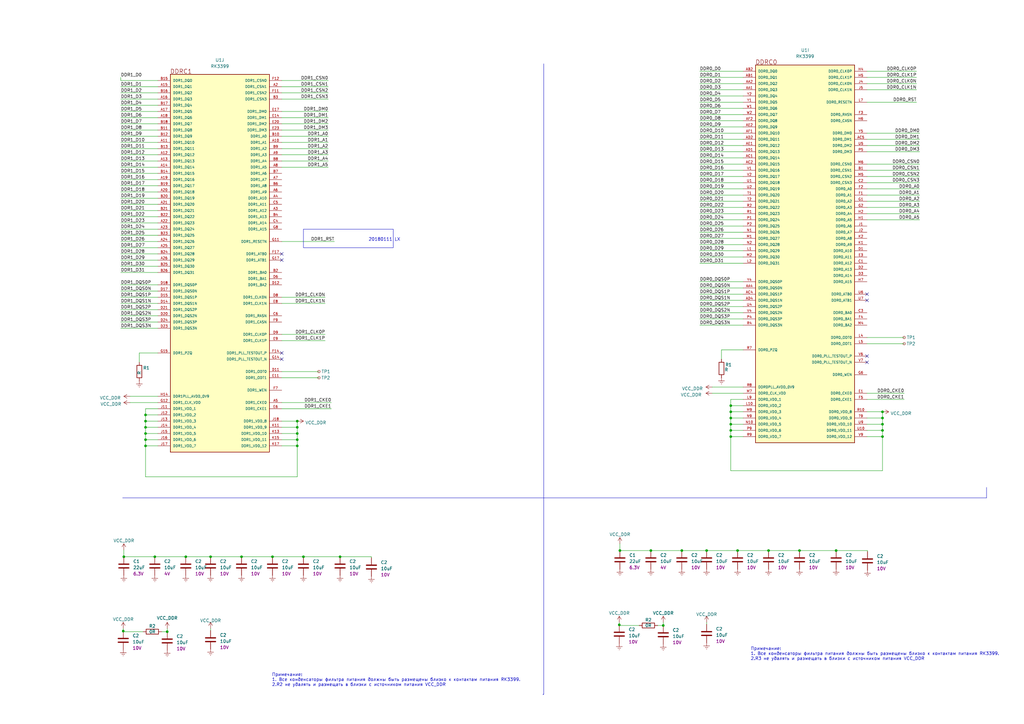
<source format=kicad_sch>
(kicad_sch (version 20220904) (generator eeschema)
  (paper "A3")
  (title_block (title "RK 3399") (comment 2 "А.Пикалов"))
  (junction (at 124.46 228.346))
  (junction (at 50.546 258.826))
  (junction (at 361.95 176.53))
  (junction (at 59.69 180.34))
  (junction (at 111.76 228.346))
  (junction (at 299.72 176.53))
  (junction (at 361.95 179.07))
  (junction (at 121.92 177.8))
  (junction (at 315.214 225.806))
  (junction (at 63.5 228.346))
  (junction (at 299.72 168.91))
  (junction (at 121.92 172.72))
  (junction (at 342.9302 225.806))
  (junction (at 361.95 173.99))
  (junction (at 289.814 225.806))
  (junction (at 254.254 225.806))
  (junction (at 361.95 168.91))
  (junction (at 254 256.286))
  (junction (at 76.2 228.346))
  (junction (at 299.72 179.07))
  (junction (at 327.914 225.806))
  (junction (at 139.4762 228.346))
  (junction (at 299.72 166.37))
  (junction (at 59.69 175.26))
  (junction (at 50.8 228.346))
  (junction (at 299.72 171.45))
  (junction (at 59.69 172.72))
  (junction (at 59.69 177.8))
  (junction (at 68.58 259.08))
  (junction (at 302.514 225.806))
  (junction (at 279.654 225.806))
  (junction (at 59.69 182.88))
  (junction (at 266.954 225.806))
  (junction (at 272.034 256.54))
  (junction (at 121.92 175.26))
  (junction (at 121.92 180.34))
  (junction (at 59.69 170.18))
  (junction (at 86.36 228.346))
  (junction (at 99.06 228.346))
  (junction (at 361.95 171.45))
  (junction (at 299.72 173.99))
  (junction (at 121.92 182.88))
  (no_connect (at 115.57 106.68))
  (no_connect (at 115.57 144.78))
  (no_connect (at 115.57 147.32))
  (no_connect (at 115.57 104.14))
  (no_connect (at 355.6 120.65))
  (no_connect (at 355.6 123.19))
  (no_connect (at 355.6 148.59))
  (no_connect (at 355.6 146.05))
  (wire (pts (xy 287.02 69.85) (xy 304.8 69.85)))
  (wire (pts (xy 287.02 92.71) (xy 304.8 92.71)))
  (wire (pts (xy 287.02 107.95) (xy 304.8 107.95)))
  (wire (pts (xy 139.4762 228.346) (xy 152.3437 228.346)))
  (wire (pts (xy 304.8 176.53) (xy 299.72 176.53)))
  (wire (pts (xy 49.53 53.34) (xy 64.77 53.34)))
  (wire (pts (xy 133.35 139.7) (xy 115.57 139.7)))
  (wire (pts (xy 377.19 67.31) (xy 355.6 67.31)))
  (wire (pts (xy 304.8 163.83) (xy 299.72 163.83)))
  (wire (pts (xy 287.02 59.69) (xy 304.8 59.69)))
  (wire (pts (xy 49.53 45.72) (xy 64.77 45.72)))
  (wire (pts (xy 59.69 170.18) (xy 64.77 170.18)))
  (wire (pts (xy 115.57 53.34) (xy 134.62 53.34)))
  (wire (pts (xy 59.69 172.72) (xy 64.77 172.72)))
  (wire (pts (xy 299.72 179.07) (xy 299.72 193.04)))
  (wire (pts (xy 287.02 29.21) (xy 304.8 29.21)))
  (wire (pts (xy 134.62 33.02) (xy 115.57 33.02)))
  (wire (pts (xy 49.53 66.04) (xy 64.77 66.04)))
  (wire (pts (xy 287.02 85.09) (xy 304.8 85.09)))
  (wire (pts (xy 64.77 180.34) (xy 59.69 180.34)))
  (wire (pts (xy 59.69 177.8) (xy 59.69 175.26)))
  (wire (pts (xy 355.6 168.91) (xy 361.95 168.91)))
  (wire (pts (xy 76.2 228.346) (xy 86.36 228.346)))
  (wire (pts (xy 287.02 54.61) (xy 304.8 54.61)))
  (wire (pts (xy 375.92 29.21) (xy 355.6 29.21)))
  (wire (pts (xy 375.92 36.83) (xy 355.6 36.83)))
  (wire (pts (xy 361.95 173.99) (xy 361.95 176.53)))
  (wire (pts (xy 287.02 80.01) (xy 304.8 80.01)))
  (wire (pts (xy 134.62 58.42) (xy 115.57 58.42)))
  (wire (pts (xy 304.8 179.07) (xy 299.72 179.07)))
  (polyline (pts (xy 404.622 204.216) (xy 404.622 199.898)))
  (wire (pts (xy 49.53 48.26) (xy 64.77 48.26)))
  (wire (pts (xy 287.02 77.47) (xy 304.8 77.47)))
  (wire (pts (xy 287.02 36.83) (xy 304.8 36.83)))
  (wire (pts (xy 64.77 175.26) (xy 59.69 175.26)))
  (wire (pts (xy 279.654 225.806) (xy 289.814 225.806)))
  (wire (pts (xy 64.77 177.8) (xy 59.69 177.8)))
  (wire (pts (xy 111.76 228.346) (xy 124.46 228.346)))
  (wire (pts (xy 355.6 171.45) (xy 361.95 171.45)))
  (wire (pts (xy 134.62 63.5) (xy 115.57 63.5)))
  (wire (pts (xy 49.53 93.98) (xy 64.77 93.98)))
  (wire (pts (xy 287.02 31.75) (xy 304.8 31.75)))
  (wire (pts (xy 58.674 259.08) (xy 50.546 259.08)))
  (wire (pts (xy 49.53 50.8) (xy 64.77 50.8)))
  (wire (pts (xy 287.02 120.65) (xy 304.8 120.65)))
  (wire (pts (xy 287.02 34.29) (xy 304.8 34.29)))
  (wire (pts (xy 377.19 69.85) (xy 355.6 69.85)))
  (wire (pts (xy 49.53 91.44) (xy 64.77 91.44)))
  (wire (pts (xy 49.53 58.42) (xy 64.77 58.42)))
  (wire (pts (xy 49.53 81.28) (xy 64.77 81.28)))
  (wire (pts (xy 302.514 225.806) (xy 315.214 225.806)))
  (wire (pts (xy 287.02 100.33) (xy 304.8 100.33)))
  (wire (pts (xy 287.02 115.57) (xy 304.8 115.57)))
  (wire (pts (xy 59.69 167.64) (xy 59.69 170.18)))
  (wire (pts (xy 57.15 144.78) (xy 64.77 144.78)))
  (wire (pts (xy 49.53 83.82) (xy 64.77 83.82)))
  (wire (pts (xy 361.95 171.45) (xy 361.95 168.91)))
  (wire (pts (xy 304.8 171.45) (xy 299.72 171.45)))
  (wire (pts (xy 287.02 87.63) (xy 304.8 87.63)))
  (wire (pts (xy 287.02 67.31) (xy 304.8 67.31)))
  (wire (pts (xy 299.72 163.83) (xy 299.72 166.37)))
  (wire (pts (xy 115.57 177.8) (xy 121.92 177.8)))
  (wire (pts (xy 121.92 172.72) (xy 121.92 175.26)))
  (wire (pts (xy 287.02 133.35) (xy 304.8 133.35)))
  (wire (pts (xy 49.53 124.46) (xy 64.77 124.46)))
  (wire (pts (xy 121.92 177.8) (xy 121.92 180.34)))
  (wire (pts (xy 287.02 46.99) (xy 304.8 46.99)))
  (wire (pts (xy 355.6 176.53) (xy 361.95 176.53)))
  (wire (pts (xy 287.02 128.27) (xy 304.8 128.27)))
  (wire (pts (xy 134.62 66.04) (xy 115.57 66.04)))
  (wire (pts (xy 134.62 60.96) (xy 115.57 60.96)))
  (wire (pts (xy 299.72 193.04) (xy 361.95 193.04)))
  (wire (pts (xy 49.53 88.9) (xy 64.77 88.9)))
  (wire (pts (xy 375.92 34.29) (xy 355.6 34.29)))
  (wire (pts (xy 121.92 180.34) (xy 121.92 182.88)))
  (wire (pts (xy 115.57 45.72) (xy 134.62 45.72)))
  (wire (pts (xy 64.77 182.88) (xy 59.69 182.88)))
  (wire (pts (xy 49.53 68.58) (xy 64.77 68.58)))
  (wire (pts (xy 355.6 173.99) (xy 361.95 173.99)))
  (wire (pts (xy 50.8 225.552) (xy 50.8 228.346)))
  (wire (pts (xy 49.53 109.22) (xy 64.77 109.22)))
  (wire (pts (xy 287.02 41.91) (xy 304.8 41.91)))
  (wire (pts (xy 289.814 225.806) (xy 302.514 225.806)))
  (wire (pts (xy 377.19 62.23) (xy 355.6 62.23)))
  (wire (pts (xy 133.35 137.16) (xy 115.57 137.16)))
  (wire (pts (xy 49.53 101.6) (xy 64.77 101.6)))
  (wire (pts (xy 287.02 82.55) (xy 304.8 82.55)))
  (wire (pts (xy 49.53 132.08) (xy 64.77 132.08)))
  (wire (pts (xy 130.81 152.4) (xy 115.57 152.4)))
  (wire (pts (xy 99.06 228.346) (xy 111.76 228.346)))
  (wire (pts (xy 49.53 116.84) (xy 64.77 116.84)))
  (wire (pts (xy 377.19 74.93) (xy 355.6 74.93)))
  (wire (pts (xy 49.53 78.74) (xy 64.77 78.74)))
  (wire (pts (xy 49.53 99.06) (xy 64.77 99.06)))
  (wire (pts (xy 370.84 161.29) (xy 355.6 161.29)))
  (wire (pts (xy 50.546 259.08) (xy 50.546 258.826)))
  (wire (pts (xy 292.1 161.29) (xy 304.8 161.29)))
  (wire (pts (xy 49.53 127) (xy 64.77 127)))
  (wire (pts (xy 53.34 165.1) (xy 64.77 165.1)))
  (wire (pts (xy 327.914 225.806) (xy 342.9302 225.806)))
  (polyline (pts (xy 222.758 284.734) (xy 222.758 284.988)))
  (wire (pts (xy 137.16 99.06) (xy 115.57 99.06)))
  (wire (pts (xy 49.53 134.62) (xy 64.77 134.62)))
  (wire (pts (xy 134.62 35.56) (xy 115.57 35.56)))
  (wire (pts (xy 121.92 195.58) (xy 121.92 182.88)))
  (wire (pts (xy 295.91 143.51) (xy 304.8 143.51)))
  (wire (pts (xy 287.02 44.45) (xy 304.8 44.45)))
  (wire (pts (xy 361.95 176.53) (xy 361.95 179.07)))
  (wire (pts (xy 68.58 257.81) (xy 68.58 259.08)))
  (wire (pts (xy 59.69 182.88) (xy 59.69 195.58)))
  (wire (pts (xy 287.02 52.07) (xy 304.8 52.07)))
  (wire (pts (xy 287.02 49.53) (xy 304.8 49.53)))
  (wire (pts (xy 370.84 138.43) (xy 355.6 138.43)))
  (wire (pts (xy 121.92 180.34) (xy 115.57 180.34)))
  (wire (pts (xy 377.19 57.15) (xy 355.6 57.15)))
  (wire (pts (xy 49.53 119.38) (xy 64.77 119.38)))
  (wire (pts (xy 49.53 43.18) (xy 64.77 43.18)))
  (wire (pts (xy 49.53 40.64) (xy 64.77 40.64)))
  (wire (pts (xy 49.53 121.92) (xy 64.77 121.92)))
  (wire (pts (xy 49.53 31.75) (xy 49.53 33.02)))
  (wire (pts (xy 57.15 148.59) (xy 57.15 144.78)))
  (wire (pts (xy 287.02 95.25) (xy 304.8 95.25)))
  (wire (pts (xy 152.3437 228.346) (xy 152.3437 228.7669)))
  (wire (pts (xy 287.02 105.41) (xy 304.8 105.41)))
  (wire (pts (xy 121.92 175.26) (xy 115.57 175.26)))
  (wire (pts (xy 53.34 162.56) (xy 64.77 162.56)))
  (wire (pts (xy 49.53 96.52) (xy 64.77 96.52)))
  (wire (pts (xy 49.53 104.14) (xy 64.77 104.14)))
  (wire (pts (xy 49.53 38.1) (xy 64.77 38.1)))
  (wire (pts (xy 59.69 180.34) (xy 59.69 177.8)))
  (wire (pts (xy 375.92 31.75) (xy 355.6 31.75)))
  (wire (pts (xy 49.53 111.76) (xy 64.77 111.76)))
  (wire (pts (xy 287.02 118.11) (xy 304.8 118.11)))
  (wire (pts (xy 304.8 173.99) (xy 299.72 173.99)))
  (wire (pts (xy 287.02 125.73) (xy 304.8 125.73)))
  (wire (pts (xy 130.81 154.94) (xy 115.57 154.94)))
  (wire (pts (xy 315.214 225.806) (xy 327.914 225.806)))
  (wire (pts (xy 124.46 228.346) (xy 139.4762 228.346)))
  (wire (pts (xy 64.77 167.64) (xy 59.69 167.64)))
  (polyline (pts (xy 50.292 204.216) (xy 404.622 204.216)))
  (wire (pts (xy 377.19 77.47) (xy 355.6 77.47)))
  (wire (pts (xy 299.72 176.53) (xy 299.72 173.99)))
  (wire (pts (xy 49.53 55.88) (xy 64.77 55.88)))
  (wire (pts (xy 50.8 228.346) (xy 63.5 228.346)))
  (wire (pts (xy 49.53 73.66) (xy 64.77 73.66)))
  (wire (pts (xy 49.53 63.5) (xy 64.77 63.5)))
  (wire (pts (xy 287.02 130.81) (xy 304.8 130.81)))
  (wire (pts (xy 49.53 33.02) (xy 64.77 33.02)))
  (wire (pts (xy 287.02 123.19) (xy 304.8 123.19)))
  (wire (pts (xy 299.72 168.91) (xy 304.8 168.91)))
  (wire (pts (xy 134.62 40.64) (xy 115.57 40.64)))
  (wire (pts (xy 355.6 179.07) (xy 361.95 179.07)))
  (wire (pts (xy 121.92 177.8) (xy 121.92 175.26)))
  (wire (pts (xy 370.84 140.97) (xy 355.6 140.97)))
  (wire (pts (xy 377.19 85.09) (xy 355.6 85.09)))
  (wire (pts (xy 287.02 57.15) (xy 304.8 57.15)))
  (wire (pts (xy 375.92 41.91) (xy 355.6 41.91)))
  (wire (pts (xy 254.254 225.806) (xy 266.954 225.806)))
  (wire (pts (xy 377.19 90.17) (xy 355.6 90.17)))
  (wire (pts (xy 377.19 82.55) (xy 355.6 82.55)))
  (wire (pts (xy 295.91 147.32) (xy 295.91 143.51)))
  (wire (pts (xy 299.72 173.99) (xy 299.72 171.45)))
  (wire (pts (xy 377.19 80.01) (xy 355.6 80.01)))
  (wire (pts (xy 254.254 223.012) (xy 254.254 225.806)))
  (wire (pts (xy 115.57 50.8) (xy 134.62 50.8)))
  (wire (pts (xy 355.7977 225.806) (xy 355.7977 226.2269)))
  (wire (pts (xy 272.034 255.27) (xy 272.034 256.54)))
  (wire (pts (xy 59.69 170.18) (xy 59.69 172.72)))
  (wire (pts (xy 287.02 102.87) (xy 304.8 102.87)))
  (wire (pts (xy 49.53 76.2) (xy 64.77 76.2)))
  (wire (pts (xy 59.69 175.26) (xy 59.69 172.72)))
  (wire (pts (xy 49.53 129.54) (xy 64.77 129.54)))
  (wire (pts (xy 66.294 259.08) (xy 68.58 259.08)))
  (wire (pts (xy 254 255.27) (xy 254 256.286)))
  (wire (pts (xy 49.53 35.56) (xy 64.77 35.56)))
  (wire (pts (xy 370.84 163.83) (xy 355.6 163.83)))
  (wire (pts (xy 287.02 72.39) (xy 304.8 72.39)))
  (wire (pts (xy 86.36 257.81) (xy 86.36 258.572)))
  (wire (pts (xy 59.69 180.34) (xy 59.69 182.88)))
  (wire (pts (xy 115.57 172.72) (xy 121.92 172.72)))
  (wire (pts (xy 269.748 256.54) (xy 272.034 256.54)))
  (wire (pts (xy 299.72 166.37) (xy 299.72 168.91)))
  (wire (pts (xy 287.02 97.79) (xy 304.8 97.79)))
  (wire (pts (xy 287.02 64.77) (xy 304.8 64.77)))
  (wire (pts (xy 63.5 228.346) (xy 76.2 228.346)))
  (wire (pts (xy 134.62 55.88) (xy 115.57 55.88)))
  (wire (pts (xy 49.53 106.68) (xy 64.77 106.68)))
  (polyline (pts (xy 223.012 26.162) (xy 223.012 284.734)))
  (wire (pts (xy 50.546 257.81) (xy 50.546 258.826)))
  (wire (pts (xy 135.89 167.64) (xy 115.57 167.64)))
  (wire (pts (xy 134.62 38.1) (xy 115.57 38.1)))
  (wire (pts (xy 287.02 90.17) (xy 304.8 90.17)))
  (wire (pts (xy 49.53 86.36) (xy 64.77 86.36)))
  (wire (pts (xy 342.9302 225.806) (xy 355.7977 225.806)))
  (wire (pts (xy 49.53 60.96) (xy 64.77 60.96)))
  (wire (pts (xy 266.954 225.806) (xy 279.654 225.806)))
  (wire (pts (xy 134.62 68.58) (xy 115.57 68.58)))
  (wire (pts (xy 135.89 165.1) (xy 115.57 165.1)))
  (wire (pts (xy 133.35 124.46) (xy 115.57 124.46)))
  (wire (pts (xy 377.19 87.63) (xy 355.6 87.63)))
  (wire (pts (xy 299.72 166.37) (xy 304.8 166.37)))
  (wire (pts (xy 287.02 39.37) (xy 304.8 39.37)))
  (wire (pts (xy 299.72 176.53) (xy 299.72 179.07)))
  (wire (pts (xy 121.92 182.88) (xy 115.57 182.88)))
  (wire (pts (xy 361.95 179.07) (xy 361.95 193.04)))
  (wire (pts (xy 287.02 74.93) (xy 304.8 74.93)))
  (wire (pts (xy 377.19 72.39) (xy 355.6 72.39)))
  (wire (pts (xy 59.69 195.58) (xy 121.92 195.58)))
  (wire (pts (xy 299.72 171.45) (xy 299.72 168.91)))
  (wire (pts (xy 262.128 256.54) (xy 254 256.54)))
  (wire (pts (xy 377.19 54.61) (xy 355.6 54.61)))
  (wire (pts (xy 254 256.54) (xy 254 256.286)))
  (wire (pts (xy 115.57 48.26) (xy 134.62 48.26)))
  (wire (pts (xy 361.95 171.45) (xy 361.95 173.99)))
  (wire (pts (xy 287.02 62.23) (xy 304.8 62.23)))
  (wire (pts (xy 49.53 71.12) (xy 64.77 71.12)))
  (polyline (pts (xy 222.758 284.734) (xy 223.012 284.734)))
  (wire (pts (xy 86.36 228.346) (xy 99.06 228.346)))
  (wire (pts (xy 289.814 255.27) (xy 289.814 256.032)))
  (wire (pts (xy 377.19 59.69) (xy 355.6 59.69)))
  (wire (pts (xy 292.1 158.75) (xy 304.8 158.75)))
  (wire (pts (xy 133.35 121.92) (xy 115.57 121.92)))
  (rectangle (start 124.46 93.98) (end 161.29 101.6))
  (text "20180111 LX" (at 151.13 99.06 0) (effects (font (size 1.27 1.27)) (justify left bottom)))
  (text "Примечание:\n1. Все конденсаторы фильтра питания должны быть размещены близко к контактам питания RK3399.\n2.R3 не удалять и размещать в близки с источником питания VCC_DDR" (at 307.848 271.018 0) (effects (font (size 1.27 1.27)) (justify left bottom)))
  (text "Примечание:\n1. Все конденсаторы фильтра питания должны быть размещены близко к контактам питания RK3399.\n2.R2 не удалять и размещать в близки с источником питания VCC_DDR" (at 111.506 281.686 0) (effects (font (size 1.27 1.27)) (justify left bottom)))
  (label "DDR0_RST" (at 375.92 41.91 180))
  (label "DDR0_CLK1P" (at 375.92 31.75 180))
  (label "DDR1_D18" (at 49.53 78.74 0))
  (label "DDR0_D4" (at 287.02 39.37 0))
  (label "DDR1_A2" (at 134.62 60.96 180))
  (label "DDR0_D9" (at 287.02 52.07 0))
  (label "DDR0_D1" (at 287.02 31.75 0))
  (label "DDR0_CLK0N" (at 375.92 34.29 180))
  (label "DDR1_D25" (at 49.53 96.52 0))
  (label "DDR0_D16" (at 287.02 69.85 0))
  (label "DDR0_A1" (at 377.19 80.01 180))
  (label "DDR1_D7" (at 49.53 50.8 0))
  (label "DDR1_D21" (at 49.53 86.36 0))
  (label "DDR1_RST" (at 137.16 99.06 180))
  (label "DDR1_A5" (at 134.62 68.58 180))
  (label "DDR0_D22" (at 287.02 85.09 0))
  (label "DDR0_A5" (at 377.19 90.17 180))
  (label "DDR0_D11" (at 287.02 57.15 0))
  (label "DDR0_D23" (at 287.02 87.63 0))
  (label "DDR0_D3" (at 287.02 36.83 0))
  (label "DDR1_DQS0P" (at 49.53 116.84 0))
  (label "DDR1_DQS0N" (at 49.53 119.38 0))
  (label "DDR1_CSN0" (at 134.62 33.02 180))
  (label "DDR1_D2" (at 49.53 38.1 0))
  (label "DDR1_CSN1" (at 134.62 35.56 180))
  (label "DDR1_D10" (at 49.53 58.42 0))
  (label "DDR0_D27" (at 287.02 97.79 0))
  (label "DDR1_DM3" (at 134.62 53.34 180))
  (label "DDR1_D1" (at 49.53 35.56 0))
  (label "DDR1_A4" (at 134.62 66.04 180))
  (label "DDR0_CSN1" (at 377.19 69.85 180))
  (label "DDR0_DQS1P" (at 287.02 120.65 0))
  (label "DDR0_A0" (at 377.19 77.47 180))
  (label "DDR1_D16" (at 49.53 73.66 0))
  (label "DDR1_A0" (at 134.62 55.88 180))
  (label "DDR1_CSN3" (at 134.62 40.64 180))
  (label "DDR0_D10" (at 287.02 54.61 0))
  (label "DDR1_DQS2N" (at 49.53 129.54 0))
  (label "DDR1_D26" (at 49.53 99.06 0))
  (label "DDR0_A3" (at 377.19 85.09 180))
  (label "DDR0_DQS1N" (at 287.02 123.19 0))
  (label "DDR1_D19" (at 49.53 81.28 0))
  (label "DDR1_D20" (at 49.53 83.82 0))
  (label "DDR0_A2" (at 377.19 82.55 180))
  (label "DDR1_D23" (at 49.53 91.44 0))
  (label "DDR1_D12" (at 49.53 63.5 0))
  (label "DDR1_DQS1P" (at 49.53 121.92 0))
  (label "DDR0_D28" (at 287.02 100.33 0))
  (label "DDR1_D8" (at 49.53 53.34 0))
  (label "DDR0_D8" (at 287.02 49.53 0))
  (label "DDR0_D13" (at 287.02 62.23 0))
  (label "DDR1_DQS1N" (at 49.53 124.46 0))
  (label "DDR1_D5" (at 49.53 45.72 0))
  (label "DDR1_DM2" (at 134.62 50.8 180))
  (label "DDR1_DQS3P" (at 49.53 132.08 0))
  (label "DDR1_D14" (at 49.53 68.58 0))
  (label "DDR0_D21" (at 287.02 82.55 0))
  (label "DDR1_CLK1P" (at 133.35 139.7 180))
  (label "DDR0_D25" (at 287.02 92.71 0))
  (label "DDR1_D30" (at 49.53 109.22 0))
  (label "DDR0_CSN2" (at 377.19 72.39 180))
  (label "DDR1_D13" (at 49.53 66.04 0))
  (label "DDR0_D0" (at 287.02 29.21 0))
  (label "DDR0_D30" (at 287.02 105.41 0))
  (label "DDR0_D7" (at 287.02 46.99 0))
  (label "DDR0_DQS3N" (at 287.02 133.35 0))
  (label "DDR0_DQS2N" (at 287.02 128.27 0))
  (label "DDR1_D27" (at 49.53 101.6 0))
  (label "DDR1_A1" (at 134.62 58.42 180))
  (label "DDR0_D18" (at 287.02 74.93 0))
  (label "DDR0_DQS0N" (at 287.02 118.11 0))
  (label "DDR1_CSN2" (at 134.62 38.1 180))
  (label "DDR0_D20" (at 287.02 80.01 0))
  (label "DDR0_D15" (at 287.02 67.31 0))
  (label "DDR1_CKE0" (at 135.89 165.1 180))
  (label "DDR1_D3" (at 49.53 40.64 0))
  (label "DDR0_DM2" (at 377.19 59.69 180))
  (label "DDR0_DM3" (at 377.19 62.23 180))
  (label "DDR0_DQS3P" (at 287.02 130.81 0))
  (label "DDR0_D12" (at 287.02 59.69 0))
  (label "DDR1_CLK0P" (at 133.35 137.16 180))
  (label "DDR0_D6" (at 287.02 44.45 0))
  (label "DDR1_D31" (at 49.53 111.76 0))
  (label "DDR0_DQS0P" (at 287.02 115.57 0))
  (label "DDR0_D17" (at 287.02 72.39 0))
  (label "DDR0_CLK0P" (at 375.92 29.21 180))
  (label "DDR0_D19" (at 287.02 77.47 0))
  (label "DDR0_CKE1" (at 370.84 163.83 180))
  (label "DDR1_DM1" (at 134.62 48.26 180))
  (label "DDR0_D29" (at 287.02 102.87 0))
  (label "DDR1_D4" (at 49.53 43.18 0))
  (label "DDR0_CSN3" (at 377.19 74.93 180))
  (label "DDR0_D5" (at 287.02 41.91 0))
  (label "DDR0_DM1" (at 377.19 57.15 180))
  (label "DDR1_CLK0N" (at 133.35 121.92 180))
  (label "DDR0_D14" (at 287.02 64.77 0))
  (label "DDR0_CLK1N" (at 375.92 36.83 180))
  (label "DDR0_A4" (at 377.19 87.63 180))
  (label "DDR0_DQS2P" (at 287.02 125.73 0))
  (label "DDR0_D31" (at 287.02 107.95 0))
  (label "DDR1_D0" (at 49.53 31.75 0))
  (label "DDR1_D6" (at 49.53 48.26 0))
  (label "DDR1_DQS2P" (at 49.53 127 0))
  (label "DDR1_D28" (at 49.53 104.14 0))
  (label "DDR0_D2" (at 287.02 34.29 0))
  (label "DDR1_CLK1N" (at 133.35 124.46 180))
  (label "DDR1_A3" (at 134.62 63.5 180))
  (label "DDR0_CKE0" (at 370.84 161.29 180))
  (label "DDR1_D9" (at 49.53 55.88 0))
  (label "DDR1_D22" (at 49.53 88.9 0))
  (label "DDR1_DQS3N" (at 49.53 134.62 0))
  (label "DDR1_CKE1" (at 135.89 167.64 180))
  (label "DDR0_D26" (at 287.02 95.25 0))
  (label "DDR1_D29" (at 49.53 106.68 0))
  (label "DDR0_DM0" (at 377.19 54.61 180))
  (label "DDR1_DM0" (at 134.62 45.72 180))
  (label "DDR0_CSN0" (at 377.19 67.31 180))
  (label "DDR1_D24" (at 49.53 93.98 0))
  (label "DDR1_D11" (at 49.53 60.96 0))
  (label "DDR0_D24" (at 287.02 90.17 0))
  (label "DDR1_D15" (at 49.53 71.12 0))
  (label "DDR1_D17" (at 49.53 76.2 0))
  (symbol (lib_id "Device:C") (at 342.9302 229.616 0) (unit 1)
    (default_instance (reference "C2") (unit 1) (value "10uF") (footprint "Capacitor_SMD:C_0402_1005Metric_Pad0.74x0.62mm_HandSolder"))
    (property "Reference" "C2" (at 346.7402 227.711 0) (effects (justify left)))
    (property "Value" "10uF" (at 346.7402 230.251 0) (effects (justify left)))
    (property "Footprint" "Capacitor_SMD:C_0402_1005Metric_Pad0.74x0.62mm_HandSolder" (effects hide))
    (property "Vpr" "10V" (at 346.7402 232.791 0) (effects (justify left)))
  )
  (symbol (lib_id "power:Earth") (at 139.4762 235.966 0) (unit 1)
    (default_instance (reference "#PWR?") (unit 1) (value "Earth") (footprint ""))
    (property "Reference" "#PWR?" (effects hide))
    (property "Value" "Earth" (effects hide))
  )
  (symbol (lib_id "Connector:TestPoint_Small") (at 130.81 154.94 0) (unit 1)
    (default_instance (reference "TP2") (unit 1) (value "TestPoint_Small") (footprint ""))
    (property "Reference" "TP2" (at 133.604 154.94 0))
    (property "Value" "TestPoint_Small" (effects hide))
  )
  (symbol (lib_id "power:Earth") (at 254 263.906 0) (unit 1)
    (default_instance (reference "#PWR?") (unit 1) (value "Earth") (footprint ""))
    (property "Reference" "#PWR?" (effects hide))
    (property "Value" "Earth" (effects hide))
  )
  (symbol (lib_id "power_RK3399:VCC_DDR") (at 50.8 225.552 0) (unit 1)
    (default_instance (reference "#PWR?") (unit 1) (value "VCC_DDR") (footprint ""))
    (property "Reference" "#PWR?" (effects hide))
    (property "Value" "VCC_DDR" (at 50.8 221.742 0))
  )
  (symbol (lib_id "power:Earth") (at 355.7977 233.8469 0) (unit 1)
    (default_instance (reference "#PWR?") (unit 1) (value "Earth") (footprint ""))
    (property "Reference" "#PWR?" (effects hide))
    (property "Value" "Earth" (effects hide))
  )
  (symbol (lib_id "power_RK3399:VCC_DDR1_CLK") (at 272.034 255.27 0) (unit 1)
    (default_instance (reference "#PWR?") (unit 1) (value "VCC_DDR1_CLK") (footprint ""))
    (property "Reference" "#PWR?" (effects hide))
    (property "Value" "VCC_DDR1_CLK" (at 272.034 251.46 0))
  )
  (symbol (lib_id "Device:C") (at 50.546 262.636 0) (unit 1)
    (default_instance (reference "C2") (unit 1) (value "10uF") (footprint "Capacitor_SMD:C_0402_1005Metric_Pad0.74x0.62mm_HandSolder"))
    (property "Reference" "C2" (at 54.356 260.731 0) (effects (justify left)))
    (property "Value" "10uF" (at 54.356 263.271 0) (effects (justify left)))
    (property "Footprint" "Capacitor_SMD:C_0402_1005Metric_Pad0.74x0.62mm_HandSolder" (effects hide))
    (property "Vpr" "10V" (at 54.356 265.811 0) (effects (justify left)))
  )
  (symbol (lib_id "power:Earth") (at 342.9302 233.426 0) (unit 1)
    (default_instance (reference "#PWR?") (unit 1) (value "Earth") (footprint ""))
    (property "Reference" "#PWR?" (effects hide))
    (property "Value" "Earth" (effects hide))
  )
  (symbol (lib_id "power_RK3399:VCCA_0V9") (at 289.814 255.27 0) (unit 1)
    (default_instance (reference "#PWR?") (unit 1) (value "VCCA_0V9") (footprint ""))
    (property "Reference" "#PWR?" (effects hide))
    (property "Value" "VCCA_0V9" (at 289.814 251.9831 0))
  )
  (symbol (lib_id "Device:C") (at 327.914 229.616 0) (unit 1)
    (default_instance (reference "C2") (unit 1) (value "10uF") (footprint "Capacitor_SMD:C_0402_1005Metric_Pad0.74x0.62mm_HandSolder"))
    (property "Reference" "C2" (at 331.724 227.711 0) (effects (justify left)))
    (property "Value" "10uF" (at 331.724 230.251 0) (effects (justify left)))
    (property "Footprint" "Capacitor_SMD:C_0402_1005Metric_Pad0.74x0.62mm_HandSolder" (effects hide))
    (property "Vpr" "10V" (at 331.724 232.791 0) (effects (justify left)))
  )
  (symbol (lib_id "power_RK3399:VCC_DDR") (at 50.546 257.81 0) (unit 1)
    (default_instance (reference "#PWR?") (unit 1) (value "VCC_DDR") (footprint ""))
    (property "Reference" "#PWR?" (effects hide))
    (property "Value" "VCC_DDR" (at 50.546 254 0))
  )
  (symbol (lib_id "power_RK3399:VCCA_0V9") (at 86.36 257.81 0) (unit 1)
    (default_instance (reference "#PWR?") (unit 1) (value "VCCA_0V9") (footprint ""))
    (property "Reference" "#PWR?" (effects hide))
    (property "Value" "VCCA_0V9" (at 86.36 254.5231 0))
  )
  (symbol (lib_id "Device:C") (at 139.4762 232.156 0) (unit 1)
    (default_instance (reference "C2") (unit 1) (value "10uF") (footprint "Capacitor_SMD:C_0402_1005Metric_Pad0.74x0.62mm_HandSolder"))
    (property "Reference" "C2" (at 143.2862 230.251 0) (effects (justify left)))
    (property "Value" "10uF" (at 143.2862 232.791 0) (effects (justify left)))
    (property "Footprint" "Capacitor_SMD:C_0402_1005Metric_Pad0.74x0.62mm_HandSolder" (effects hide))
    (property "Vpr" "10V" (at 143.2862 235.331 0) (effects (justify left)))
  )
  (symbol (lib_id "power:Earth") (at 63.5 235.966 0) (unit 1)
    (default_instance (reference "#PWR?") (unit 1) (value "Earth") (footprint ""))
    (property "Reference" "#PWR?" (effects hide))
    (property "Value" "Earth" (effects hide))
  )
  (symbol (lib_id "RK3399:RK3399") (at 330.2 100.33 0) (unit 9)
    (default_instance (reference "U1") (unit 9) (value "RK3399") (footprint "BGA828C65P31X31_2100X2100X161N"))
    (property "Reference" "U1" (at 330.2 20.574 0))
    (property "Value" "RK3399" (at 330.2 23.114 0))
    (property "Footprint" "BGA828C65P31X31_2100X2100X161N" (effects hide))
    (property "Price" "None" (effects hide))
    (property "MP" "RK3399" (effects hide))
    (property "Description" "RK3399 ROCK Pi 4 Model A 2GB - ARM® Cortex®-A53, Cortex®-A72 MPU Embedded Evaluation Board" (effects hide))
    (property "Availability" "Not in stock" (effects hide))
    (property "Package" "Seeed Technology" (effects hide))
    (property "MF" "Rockchip" (effects hide))
  )
  (symbol (lib_id "Device:C") (at 272.034 260.35 0) (unit 1)
    (default_instance (reference "C2") (unit 1) (value "10uF") (footprint "Capacitor_SMD:C_0402_1005Metric_Pad0.74x0.62mm_HandSolder"))
    (property "Reference" "C2" (at 275.844 258.445 0) (effects (justify left)))
    (property "Value" "10uF" (at 275.844 260.985 0) (effects (justify left)))
    (property "Footprint" "Capacitor_SMD:C_0402_1005Metric_Pad0.74x0.62mm_HandSolder" (effects hide))
    (property "Vpr" "10V" (at 275.844 263.525 0) (effects (justify left)))
  )
  (symbol (lib_id "Device:C") (at 254 260.096 0) (unit 1)
    (default_instance (reference "C2") (unit 1) (value "10uF") (footprint "Capacitor_SMD:C_0402_1005Metric_Pad0.74x0.62mm_HandSolder"))
    (property "Reference" "C2" (at 257.81 258.191 0) (effects (justify left)))
    (property "Value" "10uF" (at 257.81 260.731 0) (effects (justify left)))
    (property "Footprint" "Capacitor_SMD:C_0402_1005Metric_Pad0.74x0.62mm_HandSolder" (effects hide))
    (property "Vpr" "10V" (at 257.81 263.271 0) (effects (justify left)))
  )
  (symbol (lib_id "power:Earth") (at 295.91 154.94 0) (unit 1)
    (default_instance (reference "#PWR?") (unit 1) (value "Earth") (footprint ""))
    (property "Reference" "#PWR?" (effects hide))
    (property "Value" "Earth" (effects hide))
  )
  (symbol (lib_id "power:Earth") (at 266.954 233.426 0) (unit 1)
    (default_instance (reference "#PWR?") (unit 1) (value "Earth") (footprint ""))
    (property "Reference" "#PWR?" (effects hide))
    (property "Value" "Earth" (effects hide))
  )
  (symbol (lib_id "power:Earth") (at 76.2 235.966 0) (unit 1)
    (default_instance (reference "#PWR?") (unit 1) (value "Earth") (footprint ""))
    (property "Reference" "#PWR?" (effects hide))
    (property "Value" "Earth" (effects hide))
  )
  (symbol (lib_id "Device:C") (at 111.76 232.156 0) (unit 1)
    (default_instance (reference "C2") (unit 1) (value "10uF") (footprint "Capacitor_SMD:C_0402_1005Metric_Pad0.74x0.62mm_HandSolder"))
    (property "Reference" "C2" (at 115.57 230.251 0) (effects (justify left)))
    (property "Value" "10uF" (at 115.57 232.791 0) (effects (justify left)))
    (property "Footprint" "Capacitor_SMD:C_0402_1005Metric_Pad0.74x0.62mm_HandSolder" (effects hide))
    (property "Vpr" "10V" (at 115.57 235.331 0) (effects (justify left)))
  )
  (symbol (lib_id "Device:C") (at 86.36 232.156 0) (unit 1)
    (default_instance (reference "C2") (unit 1) (value "10uF") (footprint "Capacitor_SMD:C_0402_1005Metric_Pad0.74x0.62mm_HandSolder"))
    (property "Reference" "C2" (at 90.17 230.251 0) (effects (justify left)))
    (property "Value" "10uF" (at 90.17 232.791 0) (effects (justify left)))
    (property "Footprint" "Capacitor_SMD:C_0402_1005Metric_Pad0.74x0.62mm_HandSolder" (effects hide))
    (property "Vpr" "10V" (at 90.17 235.331 0) (effects (justify left)))
  )
  (symbol (lib_id "power:Earth") (at 50.8 235.966 0) (unit 1)
    (default_instance (reference "#PWR?") (unit 1) (value "Earth") (footprint ""))
    (property "Reference" "#PWR?" (effects hide))
    (property "Value" "Earth" (effects hide))
  )
  (symbol (lib_id "power_RK3399:VCC_DDR") (at 361.95 168.91 270) (unit 1)
    (default_instance (reference "#PWR?") (unit 1) (value "VCC_DDR") (footprint ""))
    (property "Reference" "#PWR?" (effects hide))
    (property "Value" "VCC_DDR" (at 365.2288 169.545 90) (effects (justify left)))
  )
  (symbol (lib_id "power:Earth") (at 315.214 233.426 0) (unit 1)
    (default_instance (reference "#PWR?") (unit 1) (value "Earth") (footprint ""))
    (property "Reference" "#PWR?" (effects hide))
    (property "Value" "Earth" (effects hide))
  )
  (symbol (lib_id "Device:C") (at 50.8 232.156 0) (unit 1)
    (default_instance (reference "C1") (unit 1) (value "22uF") (footprint "Capacitor_SMD:C_0603_1608Metric_Pad1.08x0.95mm_HandSolder"))
    (property "Reference" "C1" (at 54.61 230.251 0) (effects (justify left)))
    (property "Value" "22uF" (at 54.61 232.791 0) (effects (justify left)))
    (property "Footprint" "Capacitor_SMD:C_0603_1608Metric_Pad1.08x0.95mm_HandSolder" (effects hide))
    (property "Vpr" "6.3V" (at 54.61 235.331 0) (effects (justify left)))
  )
  (symbol (lib_id "power:Earth") (at 289.814 233.426 0) (unit 1)
    (default_instance (reference "#PWR?") (unit 1) (value "Earth") (footprint ""))
    (property "Reference" "#PWR?" (effects hide))
    (property "Value" "Earth" (effects hide))
  )
  (symbol (lib_id "Device:C") (at 152.3437 232.5769 0) (unit 1)
    (default_instance (reference "C2") (unit 1) (value "10uF") (footprint "Capacitor_SMD:C_0402_1005Metric_Pad0.74x0.62mm_HandSolder"))
    (property "Reference" "C2" (at 156.1537 230.6719 0) (effects (justify left)))
    (property "Value" "10uF" (at 156.1537 233.2119 0) (effects (justify left)))
    (property "Footprint" "Capacitor_SMD:C_0402_1005Metric_Pad0.74x0.62mm_HandSolder" (effects hide))
    (property "Vpr" "10V" (at 156.1537 235.7519 0) (effects (justify left)))
  )
  (symbol (lib_id "power_RK3399:VCC_DDR0_CLK") (at 68.58 257.81 0) (unit 1)
    (default_instance (reference "#PWR?") (unit 1) (value "VCC_DDR0_CLK") (footprint ""))
    (property "Reference" "#PWR?" (effects hide))
    (property "Value" "VCC_DDR0_CLK" (at 68.58 253.492 0))
  )
  (symbol (lib_id "Device:R") (at 295.91 151.13 0) (unit 1)
    (default_instance (reference "R1") (unit 1) (value "R") (footprint ""))
    (property "Reference" "R1" (at 297.434 149.606 0) (effects (justify left)))
    (property "Value" "R" (at 297.18 151.638 0) (effects (justify left)))
  )
  (symbol (lib_id "power_RK3399:VCC_DDR") (at 254 255.27 0) (unit 1)
    (default_instance (reference "#PWR?") (unit 1) (value "VCC_DDR") (footprint ""))
    (property "Reference" "#PWR?" (effects hide))
    (property "Value" "VCC_DDR" (at 254 251.46 0))
  )
  (symbol (lib_id "power:Earth") (at 111.76 235.966 0) (unit 1)
    (default_instance (reference "#PWR?") (unit 1) (value "Earth") (footprint ""))
    (property "Reference" "#PWR?" (effects hide))
    (property "Value" "Earth" (effects hide))
  )
  (symbol (lib_id "Device:C") (at 124.46 232.156 0) (unit 1)
    (default_instance (reference "C2") (unit 1) (value "10uF") (footprint "Capacitor_SMD:C_0402_1005Metric_Pad0.74x0.62mm_HandSolder"))
    (property "Reference" "C2" (at 128.27 230.251 0) (effects (justify left)))
    (property "Value" "10uF" (at 128.27 232.791 0) (effects (justify left)))
    (property "Footprint" "Capacitor_SMD:C_0402_1005Metric_Pad0.74x0.62mm_HandSolder" (effects hide))
    (property "Vpr" "10V" (at 128.27 235.331 0) (effects (justify left)))
  )
  (symbol (lib_id "Device:C") (at 99.06 232.156 0) (unit 1)
    (default_instance (reference "C2") (unit 1) (value "10uF") (footprint "Capacitor_SMD:C_0402_1005Metric_Pad0.74x0.62mm_HandSolder"))
    (property "Reference" "C2" (at 102.87 230.251 0) (effects (justify left)))
    (property "Value" "10uF" (at 102.87 232.791 0) (effects (justify left)))
    (property "Footprint" "Capacitor_SMD:C_0402_1005Metric_Pad0.74x0.62mm_HandSolder" (effects hide))
    (property "Vpr" "10V" (at 102.87 235.331 0) (effects (justify left)))
  )
  (symbol (lib_id "power:Earth") (at 68.58 266.7 0) (unit 1)
    (default_instance (reference "#PWR?") (unit 1) (value "Earth") (footprint ""))
    (property "Reference" "#PWR?" (effects hide))
    (property "Value" "Earth" (effects hide))
  )
  (symbol (lib_id "power:Earth") (at 289.814 263.652 0) (unit 1)
    (default_instance (reference "#PWR?") (unit 1) (value "Earth") (footprint ""))
    (property "Reference" "#PWR?" (effects hide))
    (property "Value" "Earth" (effects hide))
  )
  (symbol (lib_id "Device:C") (at 302.514 229.616 0) (unit 1)
    (default_instance (reference "C2") (unit 1) (value "10uF") (footprint "Capacitor_SMD:C_0402_1005Metric_Pad0.74x0.62mm_HandSolder"))
    (property "Reference" "C2" (at 306.324 227.711 0) (effects (justify left)))
    (property "Value" "10uF" (at 306.324 230.251 0) (effects (justify left)))
    (property "Footprint" "Capacitor_SMD:C_0402_1005Metric_Pad0.74x0.62mm_HandSolder" (effects hide))
    (property "Vpr" "10V" (at 306.324 232.791 0) (effects (justify left)))
  )
  (symbol (lib_id "RK3399:RK3399") (at 90.17 104.14 0) (unit 10)
    (default_instance (reference "U1") (unit 10) (value "RK3399") (footprint "BGA828C65P31X31_2100X2100X161N"))
    (property "Reference" "U1" (at 90.17 24.638 0))
    (property "Value" "RK3399" (at 90.17 27.178 0))
    (property "Footprint" "BGA828C65P31X31_2100X2100X161N" (effects hide))
    (property "Price" "None" (effects hide))
    (property "MP" "RK3399" (effects hide))
    (property "Description" "RK3399 ROCK Pi 4 Model A 2GB - ARM® Cortex®-A53, Cortex®-A72 MPU Embedded Evaluation Board" (effects hide))
    (property "Availability" "Not in stock" (effects hide))
    (property "Package" "Seeed Technology" (effects hide))
    (property "MF" "Rockchip" (effects hide))
  )
  (symbol (lib_id "Device:R") (at 62.484 259.08 90) (unit 1)
    (default_instance (reference "R2") (unit 1) (value "0R") (footprint "Resistor_SMD:R_0402_1005Metric_Pad0.72x0.64mm_HandSolder"))
    (property "Reference" "R2" (at 62.484 256.794 90))
    (property "Value" "0R" (at 62.484 259.08 90))
    (property "Footprint" "Resistor_SMD:R_0402_1005Metric_Pad0.72x0.64mm_HandSolder" (effects hide))
  )
  (symbol (lib_id "power_RK3399:VCC_DDR") (at 254.254 223.012 0) (unit 1)
    (default_instance (reference "#PWR?") (unit 1) (value "VCC_DDR") (footprint ""))
    (property "Reference" "#PWR?" (effects hide))
    (property "Value" "VCC_DDR" (at 254.254 219.202 0))
  )
  (symbol (lib_id "power:Earth") (at 50.546 266.446 0) (unit 1)
    (default_instance (reference "#PWR?") (unit 1) (value "Earth") (footprint ""))
    (property "Reference" "#PWR?" (effects hide))
    (property "Value" "Earth" (effects hide))
  )
  (symbol (lib_id "Device:C") (at 289.814 259.842 0) (unit 1)
    (default_instance (reference "C2") (unit 1) (value "10uF") (footprint "Capacitor_SMD:C_0402_1005Metric_Pad0.74x0.62mm_HandSolder"))
    (property "Reference" "C2" (at 293.624 257.937 0) (effects (justify left)))
    (property "Value" "10uF" (at 293.624 260.477 0) (effects (justify left)))
    (property "Footprint" "Capacitor_SMD:C_0402_1005Metric_Pad0.74x0.62mm_HandSolder" (effects hide))
    (property "Vpr" "10V" (at 293.624 263.017 0) (effects (justify left)))
  )
  (symbol (lib_id "Device:C") (at 315.214 229.616 0) (unit 1)
    (default_instance (reference "C2") (unit 1) (value "10uF") (footprint "Capacitor_SMD:C_0402_1005Metric_Pad0.74x0.62mm_HandSolder"))
    (property "Reference" "C2" (at 319.024 227.711 0) (effects (justify left)))
    (property "Value" "10uF" (at 319.024 230.251 0) (effects (justify left)))
    (property "Footprint" "Capacitor_SMD:C_0402_1005Metric_Pad0.74x0.62mm_HandSolder" (effects hide))
    (property "Vpr" "10V" (at 319.024 232.791 0) (effects (justify left)))
  )
  (symbol (lib_id "power:Earth") (at 279.654 233.426 0) (unit 1)
    (default_instance (reference "#PWR?") (unit 1) (value "Earth") (footprint ""))
    (property "Reference" "#PWR?" (effects hide))
    (property "Value" "Earth" (effects hide))
  )
  (symbol (lib_id "power:Earth") (at 99.06 235.966 0) (unit 1)
    (default_instance (reference "#PWR?") (unit 1) (value "Earth") (footprint ""))
    (property "Reference" "#PWR?" (effects hide))
    (property "Value" "Earth" (effects hide))
  )
  (symbol (lib_id "Device:R") (at 57.15 152.4 0) (unit 1)
    (default_instance (reference "R1") (unit 1) (value "R") (footprint ""))
    (property "Reference" "R1" (at 58.674 150.876 0) (effects (justify left)))
    (property "Value" "R" (at 57.15 153.67 90) (effects (justify left)))
  )
  (symbol (lib_id "Device:C") (at 279.654 229.616 0) (unit 1)
    (default_instance (reference "C2") (unit 1) (value "10uF") (footprint "Capacitor_SMD:C_0402_1005Metric_Pad0.74x0.62mm_HandSolder"))
    (property "Reference" "C2" (at 283.464 227.711 0) (effects (justify left)))
    (property "Value" "10uF" (at 283.464 230.251 0) (effects (justify left)))
    (property "Footprint" "Capacitor_SMD:C_0402_1005Metric_Pad0.74x0.62mm_HandSolder" (effects hide))
    (property "Vpr" "10V" (at 283.464 232.791 0) (effects (justify left)))
  )
  (symbol (lib_id "Device:C") (at 355.7977 230.0369 0) (unit 1)
    (default_instance (reference "C2") (unit 1) (value "10uF") (footprint "Capacitor_SMD:C_0402_1005Metric_Pad0.74x0.62mm_HandSolder"))
    (property "Reference" "C2" (at 359.6077 228.1319 0) (effects (justify left)))
    (property "Value" "10uF" (at 359.6077 230.6719 0) (effects (justify left)))
    (property "Footprint" "Capacitor_SMD:C_0402_1005Metric_Pad0.74x0.62mm_HandSolder" (effects hide))
    (property "Vpr" "10V" (at 359.6077 233.2119 0) (effects (justify left)))
  )
  (symbol (lib_id "Device:C") (at 63.5 232.156 0) (unit 1)
    (default_instance (reference "C2") (unit 1) (value "10uF") (footprint "Capacitor_SMD:C_0402_1005Metric_Pad0.74x0.62mm_HandSolder"))
    (property "Reference" "C2" (at 67.31 230.251 0) (effects (justify left)))
    (property "Value" "10uF" (at 67.31 232.791 0) (effects (justify left)))
    (property "Footprint" "Capacitor_SMD:C_0402_1005Metric_Pad0.74x0.62mm_HandSolder" (effects hide))
    (property "Vpr" "4V" (at 67.31 235.331 0) (effects (justify left)))
  )
  (symbol (lib_id "power:Earth") (at 302.514 233.426 0) (unit 1)
    (default_instance (reference "#PWR?") (unit 1) (value "Earth") (footprint ""))
    (property "Reference" "#PWR?" (effects hide))
    (property "Value" "Earth" (effects hide))
  )
  (symbol (lib_id "power:Earth") (at 86.36 235.966 0) (unit 1)
    (default_instance (reference "#PWR?") (unit 1) (value "Earth") (footprint ""))
    (property "Reference" "#PWR?" (effects hide))
    (property "Value" "Earth" (effects hide))
  )
  (symbol (lib_id "power_RK3399:VCC_DDR") (at 121.92 172.72 270) (unit 1)
    (default_instance (reference "#PWR?") (unit 1) (value "VCC_DDR") (footprint ""))
    (property "Reference" "#PWR?" (effects hide))
    (property "Value" "VCC_DDR" (at 125.1988 173.355 90) (effects (justify left)))
  )
  (symbol (lib_id "Connector:TestPoint_Small") (at 370.84 138.43 0) (unit 1)
    (default_instance (reference "TP1") (unit 1) (value "TestPoint_Small") (footprint ""))
    (property "Reference" "TP1" (at 371.856 138.43 0) (effects (justify left)))
    (property "Value" "TestPoint_Small" (effects hide))
  )
  (symbol (lib_id "Device:C") (at 266.954 229.616 0) (unit 1)
    (default_instance (reference "C2") (unit 1) (value "10uF") (footprint "Capacitor_SMD:C_0402_1005Metric_Pad0.74x0.62mm_HandSolder"))
    (property "Reference" "C2" (at 270.764 227.711 0) (effects (justify left)))
    (property "Value" "10uF" (at 270.764 230.251 0) (effects (justify left)))
    (property "Footprint" "Capacitor_SMD:C_0402_1005Metric_Pad0.74x0.62mm_HandSolder" (effects hide))
    (property "Vpr" "4V" (at 270.764 232.791 0) (effects (justify left)))
  )
  (symbol (lib_id "power_RK3399:VCCA_0V9") (at 53.34 162.56 90) (unit 1)
    (default_instance (reference "#PWR?") (unit 1) (value "VCCA_0V9") (footprint ""))
    (property "Reference" "#PWR?" (effects hide))
    (property "Value" "VCCA_0V9" (at 49.53 163.195 90) (effects (justify left)))
  )
  (symbol (lib_id "power:Earth") (at 86.36 266.192 0) (unit 1)
    (default_instance (reference "#PWR?") (unit 1) (value "Earth") (footprint ""))
    (property "Reference" "#PWR?" (effects hide))
    (property "Value" "Earth" (effects hide))
  )
  (symbol (lib_id "Device:C") (at 68.58 262.89 0) (unit 1)
    (default_instance (reference "C2") (unit 1) (value "10uF") (footprint "Capacitor_SMD:C_0402_1005Metric_Pad0.74x0.62mm_HandSolder"))
    (property "Reference" "C2" (at 72.39 260.985 0) (effects (justify left)))
    (property "Value" "10uF" (at 72.39 263.525 0) (effects (justify left)))
    (property "Footprint" "Capacitor_SMD:C_0402_1005Metric_Pad0.74x0.62mm_HandSolder" (effects hide))
    (property "Vpr" "10V" (at 72.39 266.065 0) (effects (justify left)))
  )
  (symbol (lib_id "power:Earth") (at 327.914 233.426 0) (unit 1)
    (default_instance (reference "#PWR?") (unit 1) (value "Earth") (footprint ""))
    (property "Reference" "#PWR?" (effects hide))
    (property "Value" "Earth" (effects hide))
  )
  (symbol (lib_id "power:Earth") (at 272.034 264.16 0) (unit 1)
    (default_instance (reference "#PWR?") (unit 1) (value "Earth") (footprint ""))
    (property "Reference" "#PWR?" (effects hide))
    (property "Value" "Earth" (effects hide))
  )
  (symbol (lib_id "power:Earth") (at 124.46 235.966 0) (unit 1)
    (default_instance (reference "#PWR?") (unit 1) (value "Earth") (footprint ""))
    (property "Reference" "#PWR?" (effects hide))
    (property "Value" "Earth" (effects hide))
  )
  (symbol (lib_id "Device:C") (at 289.814 229.616 0) (unit 1)
    (default_instance (reference "C2") (unit 1) (value "10uF") (footprint "Capacitor_SMD:C_0402_1005Metric_Pad0.74x0.62mm_HandSolder"))
    (property "Reference" "C2" (at 293.624 227.711 0) (effects (justify left)))
    (property "Value" "10uF" (at 293.624 230.251 0) (effects (justify left)))
    (property "Footprint" "Capacitor_SMD:C_0402_1005Metric_Pad0.74x0.62mm_HandSolder" (effects hide))
    (property "Vpr" "10V" (at 293.624 232.791 0) (effects (justify left)))
  )
  (symbol (lib_id "Device:C") (at 254.254 229.616 0) (unit 1)
    (default_instance (reference "C1") (unit 1) (value "22uF") (footprint "Capacitor_SMD:C_0603_1608Metric_Pad1.08x0.95mm_HandSolder"))
    (property "Reference" "C1" (at 258.064 227.711 0) (effects (justify left)))
    (property "Value" "22uF" (at 258.064 230.251 0) (effects (justify left)))
    (property "Footprint" "Capacitor_SMD:C_0603_1608Metric_Pad1.08x0.95mm_HandSolder" (effects hide))
    (property "Vpr" "6.3V" (at 258.064 232.791 0) (effects (justify left)))
  )
  (symbol (lib_id "Device:C") (at 76.2 232.156 0) (unit 1)
    (default_instance (reference "C2") (unit 1) (value "10uF") (footprint "Capacitor_SMD:C_0402_1005Metric_Pad0.74x0.62mm_HandSolder"))
    (property "Reference" "C2" (at 80.01 230.251 0) (effects (justify left)))
    (property "Value" "10uF" (at 80.01 232.791 0) (effects (justify left)))
    (property "Footprint" "Capacitor_SMD:C_0402_1005Metric_Pad0.74x0.62mm_HandSolder" (effects hide))
    (property "Vpr" "10V" (at 80.01 235.331 0) (effects (justify left)))
  )
  (symbol (lib_id "power:Earth") (at 254.254 233.426 0) (unit 1)
    (default_instance (reference "#PWR?") (unit 1) (value "Earth") (footprint ""))
    (property "Reference" "#PWR?" (effects hide))
    (property "Value" "Earth" (effects hide))
  )
  (symbol (lib_id "power:Earth") (at 57.15 156.21 0) (unit 1)
    (default_instance (reference "#PWR?") (unit 1) (value "Earth") (footprint ""))
    (property "Reference" "#PWR?" (effects hide))
    (property "Value" "Earth" (effects hide))
  )
  (symbol (lib_id "power_RK3399:VCC_DDR1_CLK") (at 292.1 161.29 90) (unit 1)
    (default_instance (reference "#PWR?") (unit 1) (value "VCC_DDR1_CLK") (footprint ""))
    (property "Reference" "#PWR?" (effects hide))
    (property "Value" "VCC_DDR1_CLK" (at 287.782 161.925 90) (effects (justify left)))
  )
  (symbol (lib_id "Device:C") (at 86.36 262.382 0) (unit 1)
    (default_instance (reference "C2") (unit 1) (value "10uF") (footprint "Capacitor_SMD:C_0402_1005Metric_Pad0.74x0.62mm_HandSolder"))
    (property "Reference" "C2" (at 90.17 260.477 0) (effects (justify left)))
    (property "Value" "10uF" (at 90.17 263.017 0) (effects (justify left)))
    (property "Footprint" "Capacitor_SMD:C_0402_1005Metric_Pad0.74x0.62mm_HandSolder" (effects hide))
    (property "Vpr" "10V" (at 90.17 265.557 0) (effects (justify left)))
  )
  (symbol (lib_id "power:Earth") (at 152.3437 236.3869 0) (unit 1)
    (default_instance (reference "#PWR?") (unit 1) (value "Earth") (footprint ""))
    (property "Reference" "#PWR?" (effects hide))
    (property "Value" "Earth" (effects hide))
  )
  (symbol (lib_id "power_RK3399:VCCA_0V9") (at 292.1 158.75 90) (unit 1)
    (default_instance (reference "#PWR?") (unit 1) (value "VCCA_0V9") (footprint ""))
    (property "Reference" "#PWR?" (effects hide))
    (property "Value" "VCCA_0V9" (at 288.29 159.385 90) (effects (justify left)))
  )
  (symbol (lib_id "Device:R") (at 265.938 256.54 90) (unit 1)
    (default_instance (reference "R2") (unit 1) (value "0R") (footprint "Resistor_SMD:R_0402_1005Metric_Pad0.72x0.64mm_HandSolder"))
    (property "Reference" "R2" (at 265.938 254.254 90))
    (property "Value" "0R" (at 265.938 256.54 90))
    (property "Footprint" "Resistor_SMD:R_0402_1005Metric_Pad0.72x0.64mm_HandSolder" (effects hide))
  )
  (symbol (lib_id "Connector:TestPoint_Small") (at 130.81 152.4 0) (unit 1)
    (default_instance (reference "TP1") (unit 1) (value "TestPoint_Small") (footprint ""))
    (property "Reference" "TP1" (at 131.826 152.4 0) (effects (justify left)))
    (property "Value" "TestPoint_Small" (effects hide))
  )
  (symbol (lib_id "power_RK3399:VCC_DDR1_CLK") (at 53.34 165.1 90) (unit 1)
    (default_instance (reference "#PWR?") (unit 1) (value "VCC_DDR1_CLK") (footprint ""))
    (property "Reference" "#PWR?" (effects hide))
    (property "Value" "VCC_DDR1_CLK" (at 49.784 165.735 90) (effects (justify left)))
  )
  (symbol (lib_id "Connector:TestPoint_Small") (at 370.84 140.97 0) (unit 1)
    (default_instance (reference "TP2") (unit 1) (value "TestPoint_Small") (footprint ""))
    (property "Reference" "TP2" (at 373.634 140.97 0))
    (property "Value" "TestPoint_Small" (effects hide))
  )
)
</source>
